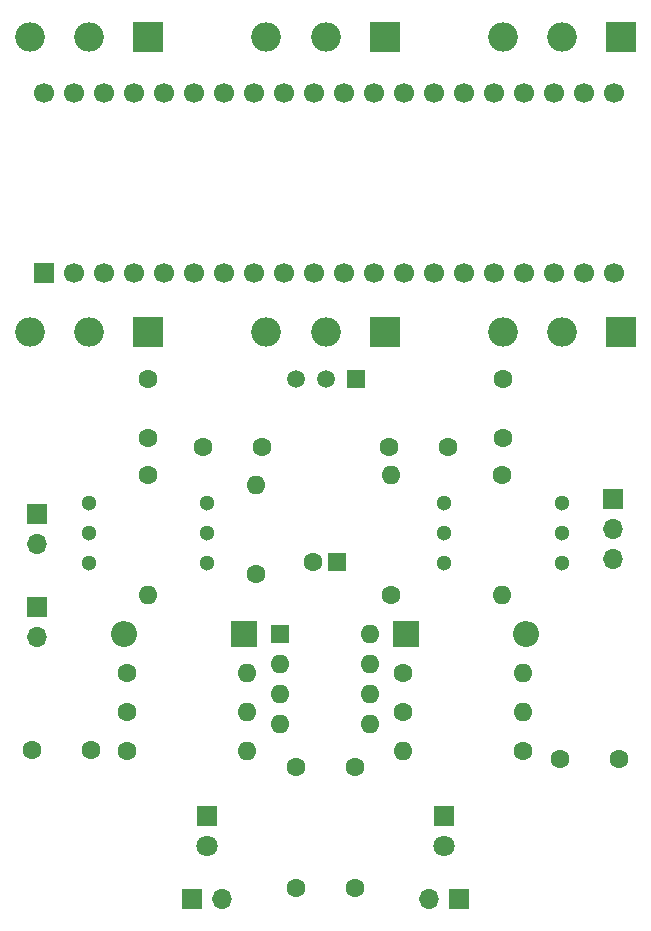
<source format=gbr>
G04 #@! TF.GenerationSoftware,KiCad,Pcbnew,(5.1.7)-1*
G04 #@! TF.CreationDate,2021-06-20T17:09:43-05:00*
G04 #@! TF.ProjectId,DaisySeedPedal,44616973-7953-4656-9564-506564616c2e,rev?*
G04 #@! TF.SameCoordinates,Original*
G04 #@! TF.FileFunction,Soldermask,Bot*
G04 #@! TF.FilePolarity,Negative*
%FSLAX46Y46*%
G04 Gerber Fmt 4.6, Leading zero omitted, Abs format (unit mm)*
G04 Created by KiCad (PCBNEW (5.1.7)-1) date 2021-06-20 17:09:43*
%MOMM*%
%LPD*%
G01*
G04 APERTURE LIST*
%ADD10C,1.700000*%
%ADD11R,1.700000X1.700000*%
%ADD12C,1.600000*%
%ADD13O,1.600000X1.600000*%
%ADD14R,1.600000X1.600000*%
%ADD15R,1.800000X1.800000*%
%ADD16C,1.800000*%
%ADD17R,2.200000X2.200000*%
%ADD18O,2.200000X2.200000*%
%ADD19O,1.700000X1.700000*%
%ADD20C,1.300000*%
%ADD21O,2.500000X2.500000*%
%ADD22R,2.500000X2.500000*%
%ADD23C,1.500000*%
%ADD24R,1.500000X1.500000*%
G04 APERTURE END LIST*
D10*
G04 #@! TO.C,A1*
X51200000Y-54760000D03*
X53740000Y-54760000D03*
X56280000Y-54760000D03*
X58820000Y-54760000D03*
X61360000Y-54760000D03*
X63900000Y-54760000D03*
X66440000Y-54760000D03*
X68980000Y-54760000D03*
X71520000Y-54760000D03*
X74060000Y-54760000D03*
X76600000Y-54760000D03*
X79140000Y-54760000D03*
X81680000Y-54760000D03*
X84220000Y-54760000D03*
X86760000Y-54760000D03*
X89300000Y-54760000D03*
X91840000Y-54760000D03*
X94380000Y-54760000D03*
X96920000Y-54760000D03*
X99460000Y-54760000D03*
X99460000Y-70000000D03*
X96920000Y-70000000D03*
X94380000Y-70000000D03*
X91840000Y-70000000D03*
X89300000Y-70000000D03*
X86760000Y-70000000D03*
X84220000Y-70000000D03*
X81680000Y-70000000D03*
X79140000Y-70000000D03*
X76600000Y-70000000D03*
X74060000Y-70000000D03*
X71520000Y-70000000D03*
X68980000Y-70000000D03*
X66440000Y-70000000D03*
X63900000Y-70000000D03*
X61360000Y-70000000D03*
X58820000Y-70000000D03*
X56280000Y-70000000D03*
X53740000Y-70000000D03*
D11*
X51200000Y-70000000D03*
G04 #@! TD*
D12*
G04 #@! TO.C,C1*
X69088000Y-95504000D03*
D13*
X69088000Y-88004000D03*
G04 #@! TD*
D12*
G04 #@! TO.C,C2*
X59944000Y-79000000D03*
X59944000Y-84000000D03*
G04 #@! TD*
G04 #@! TO.C,C3*
X55118000Y-110382000D03*
X50118000Y-110382000D03*
G04 #@! TD*
D14*
G04 #@! TO.C,C4*
X75946000Y-94488000D03*
D12*
X73946000Y-94488000D03*
G04 #@! TD*
G04 #@! TO.C,C5*
X64596000Y-84728000D03*
X69596000Y-84728000D03*
G04 #@! TD*
G04 #@! TO.C,C6*
X90024000Y-79000000D03*
X90024000Y-84000000D03*
G04 #@! TD*
G04 #@! TO.C,C7*
X72470000Y-111868000D03*
X77470000Y-111868000D03*
G04 #@! TD*
G04 #@! TO.C,C8*
X77470000Y-122066000D03*
X72470000Y-122066000D03*
G04 #@! TD*
G04 #@! TO.C,C9*
X99822000Y-111144000D03*
X94822000Y-111144000D03*
G04 #@! TD*
G04 #@! TO.C,C10*
X85344000Y-84728000D03*
X80344000Y-84728000D03*
G04 #@! TD*
D15*
G04 #@! TO.C,D1*
X65000000Y-116000000D03*
D16*
X65000000Y-118540000D03*
G04 #@! TD*
G04 #@! TO.C,D2*
X85000000Y-118540000D03*
D15*
X85000000Y-116000000D03*
G04 #@! TD*
D17*
G04 #@! TO.C,D3*
X68072000Y-100584000D03*
D18*
X57912000Y-100584000D03*
G04 #@! TD*
D13*
G04 #@! TO.C,R1*
X68326000Y-103886000D03*
D12*
X58166000Y-103886000D03*
G04 #@! TD*
G04 #@! TO.C,R2*
X58166000Y-107188000D03*
D13*
X68326000Y-107188000D03*
G04 #@! TD*
D12*
G04 #@! TO.C,R3*
X58166000Y-110490000D03*
D13*
X68326000Y-110490000D03*
G04 #@! TD*
G04 #@! TO.C,R4*
X81534000Y-110490000D03*
D12*
X91694000Y-110490000D03*
G04 #@! TD*
G04 #@! TO.C,R5*
X81534000Y-107188000D03*
D13*
X91694000Y-107188000D03*
G04 #@! TD*
G04 #@! TO.C,R6*
X91694000Y-103886000D03*
D12*
X81534000Y-103886000D03*
G04 #@! TD*
G04 #@! TO.C,R7*
X80518000Y-97282000D03*
D13*
X80518000Y-87122000D03*
G04 #@! TD*
D12*
G04 #@! TO.C,R8*
X59944000Y-87122000D03*
D13*
X59944000Y-97282000D03*
G04 #@! TD*
G04 #@! TO.C,R9*
X89916000Y-97282000D03*
D12*
X89916000Y-87122000D03*
G04 #@! TD*
D11*
G04 #@! TO.C,SW1*
X63730000Y-123000000D03*
D19*
X66270000Y-123000000D03*
G04 #@! TD*
G04 #@! TO.C,SW2*
X83730000Y-123000000D03*
D11*
X86270000Y-123000000D03*
G04 #@! TD*
D20*
G04 #@! TO.C,SW3*
X55000000Y-94540000D03*
X55000000Y-89460000D03*
X55000000Y-92000000D03*
G04 #@! TD*
G04 #@! TO.C,SW4*
X65000000Y-92000000D03*
X65000000Y-89460000D03*
X65000000Y-94540000D03*
G04 #@! TD*
G04 #@! TO.C,SW5*
X85000000Y-94540000D03*
X85000000Y-89460000D03*
X85000000Y-92000000D03*
G04 #@! TD*
G04 #@! TO.C,SW6*
X95000000Y-92000000D03*
X95000000Y-89460000D03*
X95000000Y-94540000D03*
G04 #@! TD*
D14*
G04 #@! TO.C,U1*
X71120000Y-100584000D03*
D13*
X78740000Y-108204000D03*
X71120000Y-103124000D03*
X78740000Y-105664000D03*
X71120000Y-105664000D03*
X78740000Y-103124000D03*
X71120000Y-108204000D03*
X78740000Y-100584000D03*
G04 #@! TD*
D21*
G04 #@! TO.C,RV1*
X90000000Y-50000000D03*
X95000000Y-50000000D03*
D22*
X100000000Y-50000000D03*
G04 #@! TD*
G04 #@! TO.C,RV2*
X80000000Y-50000000D03*
D21*
X75000000Y-50000000D03*
X70000000Y-50000000D03*
G04 #@! TD*
G04 #@! TO.C,RV3*
X50000000Y-50000000D03*
X55000000Y-50000000D03*
D22*
X60000000Y-50000000D03*
G04 #@! TD*
G04 #@! TO.C,RV4*
X100000000Y-75000000D03*
D21*
X95000000Y-75000000D03*
X90000000Y-75000000D03*
G04 #@! TD*
G04 #@! TO.C,RV5*
X70000000Y-75000000D03*
X75000000Y-75000000D03*
D22*
X80000000Y-75000000D03*
G04 #@! TD*
G04 #@! TO.C,RV6*
X60000000Y-75000000D03*
D21*
X55000000Y-75000000D03*
X50000000Y-75000000D03*
G04 #@! TD*
D23*
G04 #@! TO.C,U2*
X75000000Y-78994000D03*
X72460000Y-78994000D03*
D24*
X77540000Y-78994000D03*
G04 #@! TD*
D19*
G04 #@! TO.C,BT1*
X50546000Y-100838000D03*
D11*
X50546000Y-98298000D03*
G04 #@! TD*
D17*
G04 #@! TO.C,D4*
X81788000Y-100584000D03*
D18*
X91948000Y-100584000D03*
G04 #@! TD*
D11*
G04 #@! TO.C,J1*
X99314000Y-89154000D03*
D19*
X99314000Y-91694000D03*
X99314000Y-94234000D03*
G04 #@! TD*
D11*
G04 #@! TO.C,J2*
X50546000Y-90424000D03*
D19*
X50546000Y-92964000D03*
G04 #@! TD*
M02*

</source>
